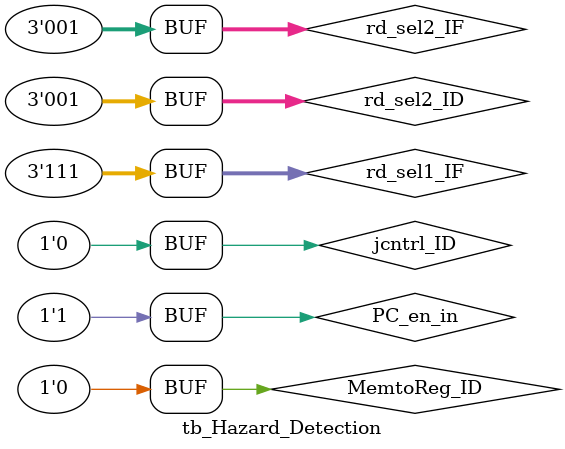
<source format=v>
module Hazard_Detection(
    output reg hazard, PC_hazard, A, B, C, D,
    //Inputs
    input wire  MemtoReg_ID, reg_write_en_M, MemtoReg_M, reg_write_en_EX, MemtoReg_EX,
    input wire [1:0] branch_cntrl,
    input wire [2:0] rd_sel1_ID, rd_sel1_IF, rd_sel2_IF, write_sel_EX, write_sel_M 
);

    always @(*) begin 
       
        //Stall Conditions 
        if((MemtoReg_ID == 1) && ((rd_sel1_ID == rd_sel1_IF) | (rd_sel1_ID == rd_sel2_IF))) begin 
           hazard = 1'b1;
           PC_hazard = 1'b1;
        end
        
        else if(((branch_cntrl==2'b01)|(branch_cntrl==2'b10)) && (MemtoReg_EX == 1) && ((rd_sel1_IF == write_sel_EX) | (rd_sel2_IF == write_sel_EX))) begin 
           hazard = 1'b1;
           PC_hazard = 1'b1;
        end
        
        else begin
            hazard = 1'b0;
            PC_hazard = 1'b0;
    end
    
    
        //Forwarding RS
         if((write_sel_EX == rd_sel1_IF) && (reg_write_en_EX == 1'b1) && (MemtoReg_EX == 1'b0)) begin
            A = 1'b1; B = 1'b1;     //select ALU result for RS
        end
        else if((write_sel_M == rd_sel1_IF) && (reg_write_en_M == 1) && (MemtoReg_M == 1'b1)) begin 
            A = 1'b1; B = 1'b0;     //select MEM result for RS
        end
        else begin 
            A = 1'b0;       B = 1'b0; //Select Register Value 
        end
        
        //Forwarding RT
        if((write_sel_EX == rd_sel2_IF) && (reg_write_en_EX == 1'b1) && (MemtoReg_EX == 1'b0)) begin
            C = 1'b1; D = 1'b1;     //select ALU result for RT
        end
        else if((write_sel_M == rd_sel2_IF) && (reg_write_en_M == 1) && (MemtoReg_M == 1'b1)) begin 
            C = 1'b1; D = 1'b0;     //select MEM result for RT
        end
        else begin 
            C = 1'b0;       D = 1'b0; //Select Register Value 
        end
    end
        
        
                  
endmodule

module tb_Hazard_Detection ();
    wire reg_write_en_out, RAM_writeEnable_out, PC_en_out;
    wire hazard; 
    reg jcntrl_ID, PC_en_in, MemtoReg_ID;
    reg [2:0] rd_sel2_ID, rd_sel1_IF, rd_sel2_IF;
    
    Hazard_Detection SUT(.reg_write_en_out(reg_write_en_out), .PC_en_out(PC_en_out), .RAM_writeEnable_out(RAM_writeEnable_out), .hazard(hazard),
    .jcntrl_ID(jcntrl_ID), .PC_en_in(PC_en_in), .MemtoReg_ID(MemtoReg_ID), .rd_sel2_ID(rd_sel2_ID), .rd_sel1_IF(rd_sel1_IF), .rd_sel2_IF(rd_sel2_IF));
    
    parameter PERIOD = 10; 
    
    initial begin 
    PC_en_in = 1'b0;                                        #PERIOD;
    PC_en_in = 1'b1;
    jcntrl_ID = 1'b1; //test nop for jcntrl 
                                                            #PERIOD;
    jcntrl_ID = 1'b0;
    MemtoReg_ID = 1'b1; rd_sel2_ID = 3'b001;  // test nop for rt = rs
    rd_sel1_IF = 3'b001; rd_sel2_IF = 3'b100;     
                                                            #PERIOD; 
                                                            jcntrl_ID = 1'b0;
    MemtoReg_ID = 1'b1; rd_sel2_ID = 3'b001;  // test nop for rt = rt
    rd_sel1_IF = 3'b111; rd_sel2_IF = 3'b001;     
                                                            #PERIOD; 
    jcntrl_ID = 1'b0;
    MemtoReg_ID = 1'b1; rd_sel2_ID = 3'b001; 
    rd_sel1_IF = 3'b011; rd_sel2_IF = 3'b110;     
                                                            #PERIOD; 
    MemtoReg_ID = 1'b0; rd_sel2_ID = 3'b001;  // test nop for rt = rt
    rd_sel1_IF = 3'b111; rd_sel2_IF = 3'b001; 
                                                            
    end
endmodule
</source>
